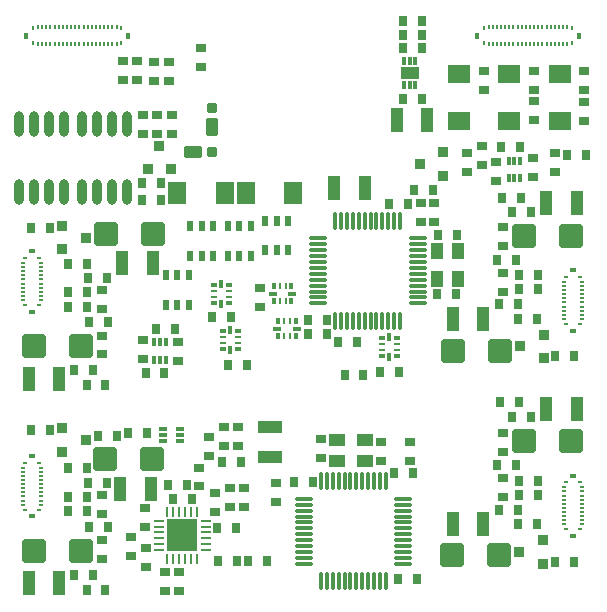
<source format=gbp>
G04*
G04 #@! TF.GenerationSoftware,Altium Limited,Altium Designer,24.9.1 (31)*
G04*
G04 Layer_Color=128*
%FSLAX44Y44*%
%MOMM*%
G71*
G04*
G04 #@! TF.SameCoordinates,22428939-7FEC-4B67-BCAF-D19850B6772B*
G04*
G04*
G04 #@! TF.FilePolarity,Positive*
G04*
G01*
G75*
G04:AMPARAMS|DCode=15|XSize=0.7mm|YSize=0.9mm|CornerRadius=0.035mm|HoleSize=0mm|Usage=FLASHONLY|Rotation=180.000|XOffset=0mm|YOffset=0mm|HoleType=Round|Shape=RoundedRectangle|*
%AMROUNDEDRECTD15*
21,1,0.7000,0.8300,0,0,180.0*
21,1,0.6300,0.9000,0,0,180.0*
1,1,0.0700,-0.3150,0.4150*
1,1,0.0700,0.3150,0.4150*
1,1,0.0700,0.3150,-0.4150*
1,1,0.0700,-0.3150,-0.4150*
%
%ADD15ROUNDEDRECTD15*%
G04:AMPARAMS|DCode=17|XSize=0.3mm|YSize=0.67mm|CornerRadius=0.0375mm|HoleSize=0mm|Usage=FLASHONLY|Rotation=270.000|XOffset=0mm|YOffset=0mm|HoleType=Round|Shape=RoundedRectangle|*
%AMROUNDEDRECTD17*
21,1,0.3000,0.5950,0,0,270.0*
21,1,0.2250,0.6700,0,0,270.0*
1,1,0.0750,-0.2975,-0.1125*
1,1,0.0750,-0.2975,0.1125*
1,1,0.0750,0.2975,0.1125*
1,1,0.0750,0.2975,-0.1125*
%
%ADD17ROUNDEDRECTD17*%
G04:AMPARAMS|DCode=22|XSize=1.3mm|YSize=1.1mm|CornerRadius=0.055mm|HoleSize=0mm|Usage=FLASHONLY|Rotation=180.000|XOffset=0mm|YOffset=0mm|HoleType=Round|Shape=RoundedRectangle|*
%AMROUNDEDRECTD22*
21,1,1.3000,0.9900,0,0,180.0*
21,1,1.1900,1.1000,0,0,180.0*
1,1,0.1100,-0.5950,0.4950*
1,1,0.1100,0.5950,0.4950*
1,1,0.1100,0.5950,-0.4950*
1,1,0.1100,-0.5950,-0.4950*
%
%ADD22ROUNDEDRECTD22*%
G04:AMPARAMS|DCode=30|XSize=0.7mm|YSize=0.9mm|CornerRadius=0.035mm|HoleSize=0mm|Usage=FLASHONLY|Rotation=90.000|XOffset=0mm|YOffset=0mm|HoleType=Round|Shape=RoundedRectangle|*
%AMROUNDEDRECTD30*
21,1,0.7000,0.8300,0,0,90.0*
21,1,0.6300,0.9000,0,0,90.0*
1,1,0.0700,0.4150,0.3150*
1,1,0.0700,0.4150,-0.3150*
1,1,0.0700,-0.4150,-0.3150*
1,1,0.0700,-0.4150,0.3150*
%
%ADD30ROUNDEDRECTD30*%
G04:AMPARAMS|DCode=35|XSize=0.8mm|YSize=0.9mm|CornerRadius=0.04mm|HoleSize=0mm|Usage=FLASHONLY|Rotation=90.000|XOffset=0mm|YOffset=0mm|HoleType=Round|Shape=RoundedRectangle|*
%AMROUNDEDRECTD35*
21,1,0.8000,0.8200,0,0,90.0*
21,1,0.7200,0.9000,0,0,90.0*
1,1,0.0800,0.4100,0.3600*
1,1,0.0800,0.4100,-0.3600*
1,1,0.0800,-0.4100,-0.3600*
1,1,0.0800,-0.4100,0.3600*
%
%ADD35ROUNDEDRECTD35*%
G04:AMPARAMS|DCode=36|XSize=1.6mm|YSize=1.9mm|CornerRadius=0.2mm|HoleSize=0mm|Usage=FLASHONLY|Rotation=90.000|XOffset=0mm|YOffset=0mm|HoleType=Round|Shape=RoundedRectangle|*
%AMROUNDEDRECTD36*
21,1,1.6000,1.5000,0,0,90.0*
21,1,1.2000,1.9000,0,0,90.0*
1,1,0.4000,0.7500,0.6000*
1,1,0.4000,0.7500,-0.6000*
1,1,0.4000,-0.7500,-0.6000*
1,1,0.4000,-0.7500,0.6000*
%
%ADD36ROUNDEDRECTD36*%
G04:AMPARAMS|DCode=37|XSize=1.1mm|YSize=2mm|CornerRadius=0.055mm|HoleSize=0mm|Usage=FLASHONLY|Rotation=0.000|XOffset=0mm|YOffset=0mm|HoleType=Round|Shape=RoundedRectangle|*
%AMROUNDEDRECTD37*
21,1,1.1000,1.8900,0,0,0.0*
21,1,0.9900,2.0000,0,0,0.0*
1,1,0.1100,0.4950,-0.9450*
1,1,0.1100,-0.4950,-0.9450*
1,1,0.1100,-0.4950,0.9450*
1,1,0.1100,0.4950,0.9450*
%
%ADD37ROUNDEDRECTD37*%
G04:AMPARAMS|DCode=38|XSize=1.1mm|YSize=2mm|CornerRadius=0.055mm|HoleSize=0mm|Usage=FLASHONLY|Rotation=270.000|XOffset=0mm|YOffset=0mm|HoleType=Round|Shape=RoundedRectangle|*
%AMROUNDEDRECTD38*
21,1,1.1000,1.8900,0,0,270.0*
21,1,0.9900,2.0000,0,0,270.0*
1,1,0.1100,-0.9450,-0.4950*
1,1,0.1100,-0.9450,0.4950*
1,1,0.1100,0.9450,0.4950*
1,1,0.1100,0.9450,-0.4950*
%
%ADD38ROUNDEDRECTD38*%
G04:AMPARAMS|DCode=80|XSize=0.53mm|YSize=0.3mm|CornerRadius=0.015mm|HoleSize=0mm|Usage=FLASHONLY|Rotation=90.000|XOffset=0mm|YOffset=0mm|HoleType=Round|Shape=RoundedRectangle|*
%AMROUNDEDRECTD80*
21,1,0.5300,0.2700,0,0,90.0*
21,1,0.5000,0.3000,0,0,90.0*
1,1,0.0300,0.1350,0.2500*
1,1,0.0300,0.1350,-0.2500*
1,1,0.0300,-0.1350,-0.2500*
1,1,0.0300,-0.1350,0.2500*
%
%ADD80ROUNDEDRECTD80*%
G04:AMPARAMS|DCode=81|XSize=0.63mm|YSize=0.35mm|CornerRadius=0.0175mm|HoleSize=0mm|Usage=FLASHONLY|Rotation=0.000|XOffset=0mm|YOffset=0mm|HoleType=Round|Shape=RoundedRectangle|*
%AMROUNDEDRECTD81*
21,1,0.6300,0.3150,0,0,0.0*
21,1,0.5950,0.3500,0,0,0.0*
1,1,0.0350,0.2975,-0.1575*
1,1,0.0350,-0.2975,-0.1575*
1,1,0.0350,-0.2975,0.1575*
1,1,0.0350,0.2975,0.1575*
%
%ADD81ROUNDEDRECTD81*%
G04:AMPARAMS|DCode=82|XSize=0.53mm|YSize=0.25mm|CornerRadius=0.0125mm|HoleSize=0mm|Usage=FLASHONLY|Rotation=90.000|XOffset=0mm|YOffset=0mm|HoleType=Round|Shape=RoundedRectangle|*
%AMROUNDEDRECTD82*
21,1,0.5300,0.2250,0,0,90.0*
21,1,0.5050,0.2500,0,0,90.0*
1,1,0.0250,0.1125,0.2525*
1,1,0.0250,0.1125,-0.2525*
1,1,0.0250,-0.1125,-0.2525*
1,1,0.0250,-0.1125,0.2525*
%
%ADD82ROUNDEDRECTD82*%
G04:AMPARAMS|DCode=83|XSize=1.6mm|YSize=1.9mm|CornerRadius=0.2mm|HoleSize=0mm|Usage=FLASHONLY|Rotation=180.000|XOffset=0mm|YOffset=0mm|HoleType=Round|Shape=RoundedRectangle|*
%AMROUNDEDRECTD83*
21,1,1.6000,1.5000,0,0,180.0*
21,1,1.2000,1.9000,0,0,180.0*
1,1,0.4000,-0.6000,0.7500*
1,1,0.4000,0.6000,0.7500*
1,1,0.4000,0.6000,-0.7500*
1,1,0.4000,-0.6000,-0.7500*
%
%ADD83ROUNDEDRECTD83*%
G04:AMPARAMS|DCode=84|XSize=0.3mm|YSize=0.67mm|CornerRadius=0.0375mm|HoleSize=0mm|Usage=FLASHONLY|Rotation=0.000|XOffset=0mm|YOffset=0mm|HoleType=Round|Shape=RoundedRectangle|*
%AMROUNDEDRECTD84*
21,1,0.3000,0.5950,0,0,0.0*
21,1,0.2250,0.6700,0,0,0.0*
1,1,0.0750,0.1125,-0.2975*
1,1,0.0750,-0.1125,-0.2975*
1,1,0.0750,-0.1125,0.2975*
1,1,0.0750,0.1125,0.2975*
%
%ADD84ROUNDEDRECTD84*%
G04:AMPARAMS|DCode=85|XSize=0.8mm|YSize=0.2mm|CornerRadius=0.025mm|HoleSize=0mm|Usage=FLASHONLY|Rotation=270.000|XOffset=0mm|YOffset=0mm|HoleType=Round|Shape=RoundedRectangle|*
%AMROUNDEDRECTD85*
21,1,0.8000,0.1500,0,0,270.0*
21,1,0.7500,0.2000,0,0,270.0*
1,1,0.0500,-0.0750,-0.3750*
1,1,0.0500,-0.0750,0.3750*
1,1,0.0500,0.0750,0.3750*
1,1,0.0500,0.0750,-0.3750*
%
%ADD85ROUNDEDRECTD85*%
G04:AMPARAMS|DCode=86|XSize=0.85mm|YSize=0.2mm|CornerRadius=0.025mm|HoleSize=0mm|Usage=FLASHONLY|Rotation=0.000|XOffset=0mm|YOffset=0mm|HoleType=Round|Shape=RoundedRectangle|*
%AMROUNDEDRECTD86*
21,1,0.8500,0.1500,0,0,0.0*
21,1,0.8000,0.2000,0,0,0.0*
1,1,0.0500,0.4000,-0.0750*
1,1,0.0500,-0.4000,-0.0750*
1,1,0.0500,-0.4000,0.0750*
1,1,0.0500,0.4000,0.0750*
%
%ADD86ROUNDEDRECTD86*%
%ADD87R,2.6000X2.7000*%
G04:AMPARAMS|DCode=88|XSize=1.3mm|YSize=1.1mm|CornerRadius=0.055mm|HoleSize=0mm|Usage=FLASHONLY|Rotation=270.000|XOffset=0mm|YOffset=0mm|HoleType=Round|Shape=RoundedRectangle|*
%AMROUNDEDRECTD88*
21,1,1.3000,0.9900,0,0,270.0*
21,1,1.1900,1.1000,0,0,270.0*
1,1,0.1100,-0.4950,-0.5950*
1,1,0.1100,-0.4950,0.5950*
1,1,0.1100,0.4950,0.5950*
1,1,0.1100,0.4950,-0.5950*
%
%ADD88ROUNDEDRECTD88*%
G04:AMPARAMS|DCode=89|XSize=0.53mm|YSize=0.3mm|CornerRadius=0.015mm|HoleSize=0mm|Usage=FLASHONLY|Rotation=0.000|XOffset=0mm|YOffset=0mm|HoleType=Round|Shape=RoundedRectangle|*
%AMROUNDEDRECTD89*
21,1,0.5300,0.2700,0,0,0.0*
21,1,0.5000,0.3000,0,0,0.0*
1,1,0.0300,0.2500,-0.1350*
1,1,0.0300,-0.2500,-0.1350*
1,1,0.0300,-0.2500,0.1350*
1,1,0.0300,0.2500,0.1350*
%
%ADD89ROUNDEDRECTD89*%
G04:AMPARAMS|DCode=90|XSize=0.53mm|YSize=0.25mm|CornerRadius=0.0125mm|HoleSize=0mm|Usage=FLASHONLY|Rotation=0.000|XOffset=0mm|YOffset=0mm|HoleType=Round|Shape=RoundedRectangle|*
%AMROUNDEDRECTD90*
21,1,0.5300,0.2250,0,0,0.0*
21,1,0.5050,0.2500,0,0,0.0*
1,1,0.0250,0.2525,-0.1125*
1,1,0.0250,-0.2525,-0.1125*
1,1,0.0250,-0.2525,0.1125*
1,1,0.0250,0.2525,0.1125*
%
%ADD90ROUNDEDRECTD90*%
G04:AMPARAMS|DCode=91|XSize=0.63mm|YSize=0.35mm|CornerRadius=0.0175mm|HoleSize=0mm|Usage=FLASHONLY|Rotation=270.000|XOffset=0mm|YOffset=0mm|HoleType=Round|Shape=RoundedRectangle|*
%AMROUNDEDRECTD91*
21,1,0.6300,0.3150,0,0,270.0*
21,1,0.5950,0.3500,0,0,270.0*
1,1,0.0350,-0.1575,-0.2975*
1,1,0.0350,-0.1575,0.2975*
1,1,0.0350,0.1575,0.2975*
1,1,0.0350,0.1575,-0.2975*
%
%ADD91ROUNDEDRECTD91*%
G04:AMPARAMS|DCode=92|XSize=0.9mm|YSize=0.5mm|CornerRadius=0.0625mm|HoleSize=0mm|Usage=FLASHONLY|Rotation=270.000|XOffset=0mm|YOffset=0mm|HoleType=Round|Shape=RoundedRectangle|*
%AMROUNDEDRECTD92*
21,1,0.9000,0.3750,0,0,270.0*
21,1,0.7750,0.5000,0,0,270.0*
1,1,0.1250,-0.1875,-0.3875*
1,1,0.1250,-0.1875,0.3875*
1,1,0.1250,0.1875,0.3875*
1,1,0.1250,0.1875,-0.3875*
%
%ADD92ROUNDEDRECTD92*%
G04:AMPARAMS|DCode=93|XSize=0.3mm|YSize=1.45mm|CornerRadius=0.0375mm|HoleSize=0mm|Usage=FLASHONLY|Rotation=90.000|XOffset=0mm|YOffset=0mm|HoleType=Round|Shape=RoundedRectangle|*
%AMROUNDEDRECTD93*
21,1,0.3000,1.3750,0,0,90.0*
21,1,0.2250,1.4500,0,0,90.0*
1,1,0.0750,0.6875,0.1125*
1,1,0.0750,0.6875,-0.1125*
1,1,0.0750,-0.6875,-0.1125*
1,1,0.0750,-0.6875,0.1125*
%
%ADD93ROUNDEDRECTD93*%
G04:AMPARAMS|DCode=94|XSize=0.3mm|YSize=1.45mm|CornerRadius=0.0375mm|HoleSize=0mm|Usage=FLASHONLY|Rotation=180.000|XOffset=0mm|YOffset=0mm|HoleType=Round|Shape=RoundedRectangle|*
%AMROUNDEDRECTD94*
21,1,0.3000,1.3750,0,0,180.0*
21,1,0.2250,1.4500,0,0,180.0*
1,1,0.0750,-0.1125,0.6875*
1,1,0.0750,0.1125,0.6875*
1,1,0.0750,0.1125,-0.6875*
1,1,0.0750,-0.1125,-0.6875*
%
%ADD94ROUNDEDRECTD94*%
%ADD95R,0.3000X0.6500*%
%ADD96R,1.5500X1.0200*%
G04:AMPARAMS|DCode=97|XSize=0.8mm|YSize=0.9mm|CornerRadius=0.04mm|HoleSize=0mm|Usage=FLASHONLY|Rotation=0.000|XOffset=0mm|YOffset=0mm|HoleType=Round|Shape=RoundedRectangle|*
%AMROUNDEDRECTD97*
21,1,0.8000,0.8200,0,0,0.0*
21,1,0.7200,0.9000,0,0,0.0*
1,1,0.0800,0.3600,-0.4100*
1,1,0.0800,-0.3600,-0.4100*
1,1,0.0800,-0.3600,0.4100*
1,1,0.0800,0.3600,0.4100*
%
%ADD97ROUNDEDRECTD97*%
%ADD98O,0.8000X2.2000*%
G04:AMPARAMS|DCode=99|XSize=0.45mm|YSize=0.29mm|CornerRadius=0.0145mm|HoleSize=0mm|Usage=FLASHONLY|Rotation=180.000|XOffset=0mm|YOffset=0mm|HoleType=Round|Shape=RoundedRectangle|*
%AMROUNDEDRECTD99*
21,1,0.4500,0.2610,0,0,180.0*
21,1,0.4210,0.2900,0,0,180.0*
1,1,0.0290,-0.2105,0.1305*
1,1,0.0290,0.2105,0.1305*
1,1,0.0290,0.2105,-0.1305*
1,1,0.0290,-0.2105,-0.1305*
%
%ADD99ROUNDEDRECTD99*%
G04:AMPARAMS|DCode=100|XSize=0.28mm|YSize=0.25mm|CornerRadius=0.0125mm|HoleSize=0mm|Usage=FLASHONLY|Rotation=180.000|XOffset=0mm|YOffset=0mm|HoleType=Round|Shape=RoundedRectangle|*
%AMROUNDEDRECTD100*
21,1,0.2800,0.2250,0,0,180.0*
21,1,0.2550,0.2500,0,0,180.0*
1,1,0.0250,-0.1275,0.1125*
1,1,0.0250,0.1275,0.1125*
1,1,0.0250,0.1275,-0.1125*
1,1,0.0250,-0.1275,-0.1125*
%
%ADD100ROUNDEDRECTD100*%
G04:AMPARAMS|DCode=101|XSize=0.42mm|YSize=0.17mm|CornerRadius=0.0085mm|HoleSize=0mm|Usage=FLASHONLY|Rotation=180.000|XOffset=0mm|YOffset=0mm|HoleType=Round|Shape=RoundedRectangle|*
%AMROUNDEDRECTD101*
21,1,0.4200,0.1530,0,0,180.0*
21,1,0.4030,0.1700,0,0,180.0*
1,1,0.0170,-0.2015,0.0765*
1,1,0.0170,0.2015,0.0765*
1,1,0.0170,0.2015,-0.0765*
1,1,0.0170,-0.2015,-0.0765*
%
%ADD101ROUNDEDRECTD101*%
G04:AMPARAMS|DCode=102|XSize=0.42mm|YSize=0.17mm|CornerRadius=0.0085mm|HoleSize=0mm|Usage=FLASHONLY|Rotation=270.000|XOffset=0mm|YOffset=0mm|HoleType=Round|Shape=RoundedRectangle|*
%AMROUNDEDRECTD102*
21,1,0.4200,0.1530,0,0,270.0*
21,1,0.4030,0.1700,0,0,270.0*
1,1,0.0170,-0.0765,-0.2015*
1,1,0.0170,-0.0765,0.2015*
1,1,0.0170,0.0765,0.2015*
1,1,0.0170,0.0765,-0.2015*
%
%ADD102ROUNDEDRECTD102*%
G04:AMPARAMS|DCode=103|XSize=0.28mm|YSize=0.25mm|CornerRadius=0.0125mm|HoleSize=0mm|Usage=FLASHONLY|Rotation=270.000|XOffset=0mm|YOffset=0mm|HoleType=Round|Shape=RoundedRectangle|*
%AMROUNDEDRECTD103*
21,1,0.2800,0.2250,0,0,270.0*
21,1,0.2550,0.2500,0,0,270.0*
1,1,0.0250,-0.1125,-0.1275*
1,1,0.0250,-0.1125,0.1275*
1,1,0.0250,0.1125,0.1275*
1,1,0.0250,0.1125,-0.1275*
%
%ADD103ROUNDEDRECTD103*%
G04:AMPARAMS|DCode=104|XSize=0.45mm|YSize=0.29mm|CornerRadius=0.0145mm|HoleSize=0mm|Usage=FLASHONLY|Rotation=270.000|XOffset=0mm|YOffset=0mm|HoleType=Round|Shape=RoundedRectangle|*
%AMROUNDEDRECTD104*
21,1,0.4500,0.2610,0,0,270.0*
21,1,0.4210,0.2900,0,0,270.0*
1,1,0.0290,-0.1305,-0.2105*
1,1,0.0290,-0.1305,0.2105*
1,1,0.0290,0.1305,0.2105*
1,1,0.0290,0.1305,-0.2105*
%
%ADD104ROUNDEDRECTD104*%
G04:AMPARAMS|DCode=105|XSize=2mm|YSize=2mm|CornerRadius=0.25mm|HoleSize=0mm|Usage=FLASHONLY|Rotation=0.000|XOffset=0mm|YOffset=0mm|HoleType=Round|Shape=RoundedRectangle|*
%AMROUNDEDRECTD105*
21,1,2.0000,1.5000,0,0,0.0*
21,1,1.5000,2.0000,0,0,0.0*
1,1,0.5000,0.7500,-0.7500*
1,1,0.5000,-0.7500,-0.7500*
1,1,0.5000,-0.7500,0.7500*
1,1,0.5000,0.7500,0.7500*
%
%ADD105ROUNDEDRECTD105*%
G04:AMPARAMS|DCode=106|XSize=1.5mm|YSize=1mm|CornerRadius=0.05mm|HoleSize=0mm|Usage=FLASHONLY|Rotation=0.000|XOffset=0mm|YOffset=0mm|HoleType=Round|Shape=RoundedRectangle|*
%AMROUNDEDRECTD106*
21,1,1.5000,0.9000,0,0,0.0*
21,1,1.4000,1.0000,0,0,0.0*
1,1,0.1000,0.7000,-0.4500*
1,1,0.1000,-0.7000,-0.4500*
1,1,0.1000,-0.7000,0.4500*
1,1,0.1000,0.7000,0.4500*
%
%ADD106ROUNDEDRECTD106*%
G04:AMPARAMS|DCode=107|XSize=0.8mm|YSize=0.8mm|CornerRadius=0.04mm|HoleSize=0mm|Usage=FLASHONLY|Rotation=0.000|XOffset=0mm|YOffset=0mm|HoleType=Round|Shape=RoundedRectangle|*
%AMROUNDEDRECTD107*
21,1,0.8000,0.7200,0,0,0.0*
21,1,0.7200,0.8000,0,0,0.0*
1,1,0.0800,0.3600,-0.3600*
1,1,0.0800,-0.3600,-0.3600*
1,1,0.0800,-0.3600,0.3600*
1,1,0.0800,0.3600,0.3600*
%
%ADD107ROUNDEDRECTD107*%
G04:AMPARAMS|DCode=108|XSize=1.5mm|YSize=1mm|CornerRadius=0.05mm|HoleSize=0mm|Usage=FLASHONLY|Rotation=90.000|XOffset=0mm|YOffset=0mm|HoleType=Round|Shape=RoundedRectangle|*
%AMROUNDEDRECTD108*
21,1,1.5000,0.9000,0,0,90.0*
21,1,1.4000,1.0000,0,0,90.0*
1,1,0.1000,0.4500,0.7000*
1,1,0.1000,0.4500,-0.7000*
1,1,0.1000,-0.4500,-0.7000*
1,1,0.1000,-0.4500,0.7000*
%
%ADD108ROUNDEDRECTD108*%
G04:AMPARAMS|DCode=109|XSize=0.8mm|YSize=0.8mm|CornerRadius=0.04mm|HoleSize=0mm|Usage=FLASHONLY|Rotation=90.000|XOffset=0mm|YOffset=0mm|HoleType=Round|Shape=RoundedRectangle|*
%AMROUNDEDRECTD109*
21,1,0.8000,0.7200,0,0,90.0*
21,1,0.7200,0.8000,0,0,90.0*
1,1,0.0800,0.3600,0.3600*
1,1,0.0800,0.3600,-0.3600*
1,1,0.0800,-0.3600,-0.3600*
1,1,0.0800,-0.3600,0.3600*
%
%ADD109ROUNDEDRECTD109*%
D15*
X1220000Y533500D02*
D03*
X1204000D02*
D03*
X1067500Y785000D02*
D03*
X1051500D02*
D03*
X1449000Y775250D02*
D03*
X1433000D02*
D03*
X1449000Y601250D02*
D03*
X1433000D02*
D03*
X1051000Y575500D02*
D03*
X1067000D02*
D03*
X1051000Y748750D02*
D03*
X1067000D02*
D03*
X1449000Y763250D02*
D03*
X1433000D02*
D03*
X1449000Y589250D02*
D03*
X1433000D02*
D03*
X1051000Y587500D02*
D03*
X1067000D02*
D03*
X1051000Y760750D02*
D03*
X1067000D02*
D03*
X1443500Y829000D02*
D03*
X1427500D02*
D03*
X1443500Y655250D02*
D03*
X1427500D02*
D03*
X1056500Y521500D02*
D03*
X1072500D02*
D03*
X1056500Y694750D02*
D03*
X1072500D02*
D03*
X1448500Y738250D02*
D03*
X1432500D02*
D03*
X1448500Y564250D02*
D03*
X1432500D02*
D03*
X1051000Y612500D02*
D03*
X1067000D02*
D03*
X1464000Y706750D02*
D03*
X1480000D02*
D03*
X1464000Y532750D02*
D03*
X1480000D02*
D03*
X1036000Y644000D02*
D03*
X1020000D02*
D03*
X1036000Y815500D02*
D03*
X1020000D02*
D03*
X1474000Y877000D02*
D03*
X1490000D02*
D03*
X1254500Y737500D02*
D03*
X1270500D02*
D03*
X1360500Y847500D02*
D03*
X1344500D02*
D03*
X1194000Y533500D02*
D03*
X1178000D02*
D03*
X1092500Y639000D02*
D03*
X1076500D02*
D03*
X1102000Y642000D02*
D03*
X1118000D02*
D03*
X1433843Y883500D02*
D03*
X1417843D02*
D03*
X1133000Y692500D02*
D03*
X1117000D02*
D03*
X1142000Y729500D02*
D03*
X1126000D02*
D03*
X1335000Y990500D02*
D03*
X1351000D02*
D03*
X1130044Y853361D02*
D03*
X1114044D02*
D03*
X1114000Y839000D02*
D03*
X1130000D02*
D03*
X1416000Y750750D02*
D03*
X1432000D02*
D03*
X1416000Y576750D02*
D03*
X1432000D02*
D03*
X1084000Y599500D02*
D03*
X1068000D02*
D03*
X1084000Y773250D02*
D03*
X1068000D02*
D03*
X1418500Y841000D02*
D03*
X1434500D02*
D03*
X1417000Y667750D02*
D03*
X1433000D02*
D03*
X1083000Y509000D02*
D03*
X1067000D02*
D03*
X1083000Y682250D02*
D03*
X1067000D02*
D03*
X1430500Y788250D02*
D03*
X1414500D02*
D03*
X1430500Y614250D02*
D03*
X1414500D02*
D03*
X1069500Y562500D02*
D03*
X1085500D02*
D03*
X1069500Y735750D02*
D03*
X1085500D02*
D03*
X1315500Y693000D02*
D03*
X1331500D02*
D03*
X1173000Y740000D02*
D03*
X1189000D02*
D03*
X1186500Y699500D02*
D03*
X1202500D02*
D03*
X1254500Y725500D02*
D03*
X1270500D02*
D03*
X1364000Y759000D02*
D03*
X1380000D02*
D03*
X1380500Y809000D02*
D03*
X1364500D02*
D03*
X1280000Y718500D02*
D03*
X1296000D02*
D03*
X1339000Y835500D02*
D03*
X1323000D02*
D03*
X1331000Y518500D02*
D03*
X1347000D02*
D03*
X1258500Y600000D02*
D03*
X1242500D02*
D03*
X1140000Y586000D02*
D03*
X1156000D02*
D03*
X1136000Y597500D02*
D03*
X1152000D02*
D03*
X1193500Y561000D02*
D03*
X1177500D02*
D03*
X1285500Y691000D02*
D03*
X1301500D02*
D03*
X1198000Y617000D02*
D03*
X1182000D02*
D03*
X1327500Y607500D02*
D03*
X1343500D02*
D03*
X1335000Y924500D02*
D03*
X1351000D02*
D03*
X1335000Y967500D02*
D03*
X1351000D02*
D03*
X1335000Y979000D02*
D03*
X1351000D02*
D03*
D17*
X1131700Y635000D02*
D03*
Y640000D02*
D03*
Y645000D02*
D03*
X1146500D02*
D03*
Y640000D02*
D03*
Y635000D02*
D03*
D22*
X1302500Y636000D02*
D03*
X1279500D02*
D03*
Y618000D02*
D03*
X1302500D02*
D03*
D30*
X1164000Y967500D02*
D03*
Y951500D02*
D03*
X1419500Y777250D02*
D03*
Y761250D02*
D03*
Y603250D02*
D03*
Y587250D02*
D03*
X1080500Y573500D02*
D03*
Y589500D02*
D03*
Y746750D02*
D03*
Y762750D02*
D03*
X1361500Y820500D02*
D03*
Y836500D02*
D03*
X1350000Y820500D02*
D03*
Y836500D02*
D03*
X1389000Y863000D02*
D03*
Y879000D02*
D03*
X1401500Y869000D02*
D03*
Y885000D02*
D03*
X1188500Y579000D02*
D03*
Y595000D02*
D03*
X1104500Y538000D02*
D03*
Y554000D02*
D03*
X1488500Y922000D02*
D03*
Y906000D02*
D03*
X1176000Y574500D02*
D03*
Y590500D02*
D03*
X1183500Y631000D02*
D03*
Y647000D02*
D03*
X1170500Y622000D02*
D03*
Y638000D02*
D03*
X1413500Y855500D02*
D03*
Y871500D02*
D03*
X1444843Y858500D02*
D03*
Y874500D02*
D03*
X1341000Y618000D02*
D03*
Y634000D02*
D03*
X1136500Y940000D02*
D03*
Y956000D02*
D03*
X1162000Y612500D02*
D03*
Y596500D02*
D03*
X1109500Y941000D02*
D03*
Y957000D02*
D03*
X1144500Y703000D02*
D03*
Y719000D02*
D03*
X1114500Y704500D02*
D03*
Y720500D02*
D03*
X1446000Y922500D02*
D03*
Y906500D02*
D03*
X1126500Y911000D02*
D03*
Y895000D02*
D03*
X1115000D02*
D03*
Y911000D02*
D03*
X1139500Y895000D02*
D03*
Y911000D02*
D03*
X1419500Y815750D02*
D03*
Y799750D02*
D03*
Y641750D02*
D03*
Y625750D02*
D03*
X1080500Y535000D02*
D03*
Y551000D02*
D03*
Y708250D02*
D03*
Y724250D02*
D03*
X1213500Y748500D02*
D03*
Y764500D02*
D03*
X1464000Y863000D02*
D03*
Y879000D02*
D03*
X1403500Y948000D02*
D03*
Y932000D02*
D03*
X1265500Y636500D02*
D03*
Y620500D02*
D03*
X1316500Y618000D02*
D03*
Y634000D02*
D03*
X1227500Y599000D02*
D03*
Y583000D02*
D03*
X1200500Y579000D02*
D03*
Y595000D02*
D03*
X1133500Y524000D02*
D03*
Y508000D02*
D03*
X1145500Y524000D02*
D03*
Y508000D02*
D03*
X1117000Y528500D02*
D03*
Y544500D02*
D03*
X1116500Y578500D02*
D03*
Y562500D02*
D03*
X1488500Y932000D02*
D03*
Y948000D02*
D03*
X1195000Y631000D02*
D03*
Y647000D02*
D03*
X1124000Y940000D02*
D03*
Y956000D02*
D03*
X1098000Y941000D02*
D03*
Y957000D02*
D03*
X1446000Y932000D02*
D03*
Y948000D02*
D03*
D35*
X1369000Y879300D02*
D03*
Y859700D02*
D03*
X1349000Y869500D02*
D03*
X1454000Y724800D02*
D03*
Y705200D02*
D03*
X1434000Y715000D02*
D03*
X1453500Y550750D02*
D03*
Y531150D02*
D03*
X1433500Y540950D02*
D03*
X1046500Y626000D02*
D03*
Y645600D02*
D03*
X1066500Y635800D02*
D03*
X1046500Y797200D02*
D03*
Y816800D02*
D03*
X1066500Y807000D02*
D03*
D36*
X1382500Y906000D02*
D03*
Y946000D02*
D03*
X1467500Y906000D02*
D03*
Y946000D02*
D03*
X1424500Y906000D02*
D03*
Y946000D02*
D03*
D37*
X1403000Y738250D02*
D03*
X1377000D02*
D03*
X1403000Y564250D02*
D03*
X1377000D02*
D03*
X1095500Y594500D02*
D03*
X1121500D02*
D03*
X1097000Y785750D02*
D03*
X1123000D02*
D03*
X1482000Y836250D02*
D03*
X1456000D02*
D03*
X1482000Y662250D02*
D03*
X1456000D02*
D03*
X1018000Y514500D02*
D03*
X1044000D02*
D03*
X1018000Y687750D02*
D03*
X1044000D02*
D03*
X1302500Y849000D02*
D03*
X1276500D02*
D03*
X1329500Y906500D02*
D03*
X1355500D02*
D03*
D38*
X1222000Y621000D02*
D03*
Y647000D02*
D03*
D80*
X1244500Y736500D02*
D03*
X1229500D02*
D03*
X1244500Y723700D02*
D03*
X1229500D02*
D03*
X1240500Y753200D02*
D03*
X1225500D02*
D03*
Y766000D02*
D03*
X1240500D02*
D03*
D81*
X1245400Y730100D02*
D03*
X1228600D02*
D03*
X1224600Y759600D02*
D03*
X1241400D02*
D03*
D82*
X1234500Y736500D02*
D03*
X1239500D02*
D03*
Y723700D02*
D03*
X1234500D02*
D03*
X1235500Y753200D02*
D03*
X1230500D02*
D03*
Y766000D02*
D03*
X1235500D02*
D03*
D83*
X1242000Y844500D02*
D03*
X1202000D02*
D03*
X1184000D02*
D03*
X1144000D02*
D03*
D84*
X1434343Y857600D02*
D03*
X1429343D02*
D03*
X1424343D02*
D03*
Y872400D02*
D03*
X1429343D02*
D03*
X1434343D02*
D03*
X1124500Y718400D02*
D03*
X1129500D02*
D03*
X1134500D02*
D03*
Y703600D02*
D03*
X1129500D02*
D03*
X1124500D02*
D03*
D85*
X1160500Y575000D02*
D03*
X1155500D02*
D03*
X1150500D02*
D03*
X1145500D02*
D03*
X1140500D02*
D03*
X1160500Y535000D02*
D03*
X1155500D02*
D03*
X1150500D02*
D03*
X1145500D02*
D03*
X1140500D02*
D03*
X1135500D02*
D03*
Y575000D02*
D03*
D86*
X1128250Y542500D02*
D03*
Y547500D02*
D03*
Y552500D02*
D03*
Y557500D02*
D03*
Y562500D02*
D03*
Y567500D02*
D03*
X1167750Y542500D02*
D03*
Y547500D02*
D03*
Y552500D02*
D03*
Y557500D02*
D03*
Y562500D02*
D03*
Y567500D02*
D03*
D87*
X1148000Y555000D02*
D03*
D88*
X1363500Y795500D02*
D03*
Y772500D02*
D03*
X1381500D02*
D03*
Y795500D02*
D03*
D89*
X1317100Y707000D02*
D03*
Y722000D02*
D03*
X1329900D02*
D03*
Y707000D02*
D03*
X1174600Y751900D02*
D03*
Y766900D02*
D03*
X1187400D02*
D03*
Y751900D02*
D03*
X1182200Y713000D02*
D03*
Y728000D02*
D03*
X1195000D02*
D03*
Y713000D02*
D03*
D90*
X1317100Y712000D02*
D03*
Y717000D02*
D03*
X1329900D02*
D03*
Y712000D02*
D03*
X1174600Y756900D02*
D03*
Y761900D02*
D03*
X1187400D02*
D03*
Y756900D02*
D03*
X1182200Y718000D02*
D03*
Y723000D02*
D03*
X1195000D02*
D03*
Y718000D02*
D03*
D91*
X1323500Y722900D02*
D03*
Y706100D02*
D03*
X1181000Y767800D02*
D03*
Y751000D02*
D03*
X1188600Y728900D02*
D03*
Y712100D02*
D03*
D92*
X1155000Y792000D02*
D03*
X1164500D02*
D03*
X1174000D02*
D03*
Y817000D02*
D03*
X1164500D02*
D03*
X1155000D02*
D03*
X1134500Y750500D02*
D03*
X1144000D02*
D03*
X1153500D02*
D03*
Y775500D02*
D03*
X1144000D02*
D03*
X1134500D02*
D03*
X1237500Y821500D02*
D03*
X1228000D02*
D03*
X1218500D02*
D03*
Y796500D02*
D03*
X1228000D02*
D03*
X1237500D02*
D03*
X1187000Y792000D02*
D03*
X1196500D02*
D03*
X1206000D02*
D03*
Y817000D02*
D03*
X1196500D02*
D03*
X1187000D02*
D03*
D93*
X1347250Y806500D02*
D03*
Y801500D02*
D03*
Y796500D02*
D03*
Y791500D02*
D03*
Y786500D02*
D03*
Y781500D02*
D03*
Y776500D02*
D03*
Y771500D02*
D03*
Y766500D02*
D03*
Y761500D02*
D03*
Y756500D02*
D03*
Y751500D02*
D03*
X1262750D02*
D03*
Y756500D02*
D03*
Y761500D02*
D03*
Y766500D02*
D03*
Y771500D02*
D03*
Y776500D02*
D03*
Y781500D02*
D03*
Y786500D02*
D03*
Y791500D02*
D03*
Y796500D02*
D03*
Y801500D02*
D03*
Y806500D02*
D03*
X1335250Y586000D02*
D03*
Y581000D02*
D03*
Y576000D02*
D03*
Y571000D02*
D03*
Y566000D02*
D03*
Y561000D02*
D03*
Y556000D02*
D03*
Y551000D02*
D03*
Y546000D02*
D03*
Y541000D02*
D03*
Y536000D02*
D03*
Y531000D02*
D03*
X1250750D02*
D03*
Y536000D02*
D03*
Y541000D02*
D03*
Y546000D02*
D03*
Y551000D02*
D03*
Y556000D02*
D03*
Y561000D02*
D03*
Y566000D02*
D03*
Y571000D02*
D03*
Y576000D02*
D03*
Y581000D02*
D03*
Y586000D02*
D03*
D94*
X1332500Y736750D02*
D03*
X1327500D02*
D03*
X1322500D02*
D03*
X1317500D02*
D03*
X1312500D02*
D03*
X1307500D02*
D03*
X1302500D02*
D03*
X1297500D02*
D03*
X1292500D02*
D03*
X1287500D02*
D03*
X1282500D02*
D03*
X1277500D02*
D03*
Y821250D02*
D03*
X1282500D02*
D03*
X1287500D02*
D03*
X1292500D02*
D03*
X1297500D02*
D03*
X1302500D02*
D03*
X1307500D02*
D03*
X1312500D02*
D03*
X1317500D02*
D03*
X1322500D02*
D03*
X1327500D02*
D03*
X1332500D02*
D03*
X1265500Y600750D02*
D03*
X1270500D02*
D03*
X1275500D02*
D03*
X1280500D02*
D03*
X1285500D02*
D03*
X1290500D02*
D03*
X1295500D02*
D03*
X1300500D02*
D03*
X1305500D02*
D03*
X1310500D02*
D03*
X1315500D02*
D03*
X1320500D02*
D03*
Y516250D02*
D03*
X1315500D02*
D03*
X1310500D02*
D03*
X1305500D02*
D03*
X1300500D02*
D03*
X1295500D02*
D03*
X1290500D02*
D03*
X1285500D02*
D03*
X1280500D02*
D03*
X1275500D02*
D03*
X1270500D02*
D03*
X1265500D02*
D03*
D95*
X1345500Y936000D02*
D03*
X1340500D02*
D03*
X1335500D02*
D03*
Y957000D02*
D03*
X1340500D02*
D03*
X1345500D02*
D03*
D96*
X1340500Y946500D02*
D03*
D97*
X1138300Y865000D02*
D03*
X1118700D02*
D03*
X1128500Y885000D02*
D03*
D98*
X1009994Y903561D02*
D03*
X1022694D02*
D03*
X1035394D02*
D03*
X1048094D02*
D03*
X1009994Y846161D02*
D03*
X1022694D02*
D03*
X1035394D02*
D03*
X1048094D02*
D03*
X1062994Y903561D02*
D03*
X1075694D02*
D03*
X1088394D02*
D03*
X1101094D02*
D03*
X1062994Y846161D02*
D03*
X1075694D02*
D03*
X1088394D02*
D03*
X1101094D02*
D03*
D99*
X1479000Y779600D02*
D03*
Y728400D02*
D03*
Y605600D02*
D03*
Y554400D02*
D03*
X1021000Y571150D02*
D03*
Y622350D02*
D03*
Y744400D02*
D03*
Y795600D02*
D03*
D100*
X1472900Y773850D02*
D03*
X1485100D02*
D03*
X1472900Y734150D02*
D03*
X1485100D02*
D03*
X1472900Y599850D02*
D03*
X1485100D02*
D03*
X1472900Y560150D02*
D03*
X1485100D02*
D03*
X1027100Y576900D02*
D03*
X1014900D02*
D03*
X1027100Y616600D02*
D03*
X1014900D02*
D03*
X1027100Y750150D02*
D03*
X1014900D02*
D03*
X1027100Y789850D02*
D03*
X1014900D02*
D03*
D101*
X1471600Y769750D02*
D03*
X1486400D02*
D03*
X1471600Y766250D02*
D03*
X1486400D02*
D03*
X1471600Y762750D02*
D03*
X1486400D02*
D03*
X1471600Y759250D02*
D03*
X1486400D02*
D03*
X1471600Y755750D02*
D03*
X1486400D02*
D03*
X1471600Y752250D02*
D03*
X1486400D02*
D03*
X1471600Y748750D02*
D03*
X1486400D02*
D03*
X1471600Y745250D02*
D03*
X1486400D02*
D03*
X1471600Y741750D02*
D03*
X1486400D02*
D03*
X1471600Y738250D02*
D03*
X1486400D02*
D03*
X1471600Y595750D02*
D03*
X1486400D02*
D03*
X1471600Y592250D02*
D03*
X1486400D02*
D03*
X1471600Y588750D02*
D03*
X1486400D02*
D03*
X1471600Y585250D02*
D03*
X1486400D02*
D03*
X1471600Y581750D02*
D03*
X1486400D02*
D03*
X1471600Y578250D02*
D03*
X1486400D02*
D03*
X1471600Y574750D02*
D03*
X1486400D02*
D03*
X1471600Y571250D02*
D03*
X1486400D02*
D03*
X1471600Y567750D02*
D03*
X1486400D02*
D03*
X1471600Y564250D02*
D03*
X1486400D02*
D03*
X1028400Y581000D02*
D03*
X1013600D02*
D03*
X1028400Y584500D02*
D03*
X1013600D02*
D03*
X1028400Y588000D02*
D03*
X1013600D02*
D03*
X1028400Y591500D02*
D03*
X1013600D02*
D03*
X1028400Y595000D02*
D03*
X1013600D02*
D03*
X1028400Y598500D02*
D03*
X1013600D02*
D03*
X1028400Y602000D02*
D03*
X1013600D02*
D03*
X1028400Y605500D02*
D03*
X1013600D02*
D03*
X1028400Y609000D02*
D03*
X1013600D02*
D03*
X1028400Y612500D02*
D03*
X1013600D02*
D03*
X1028400Y754250D02*
D03*
X1013600D02*
D03*
X1028400Y757750D02*
D03*
X1013600D02*
D03*
X1028400Y761250D02*
D03*
X1013600D02*
D03*
X1028400Y764750D02*
D03*
X1013600D02*
D03*
X1028400Y768250D02*
D03*
X1013600D02*
D03*
X1028400Y771750D02*
D03*
X1013600D02*
D03*
X1028400Y775250D02*
D03*
X1013600D02*
D03*
X1028400Y778750D02*
D03*
X1013600D02*
D03*
X1028400Y782250D02*
D03*
X1013600D02*
D03*
X1028400Y785750D02*
D03*
X1013600D02*
D03*
D102*
X1474000Y985530D02*
D03*
Y970730D02*
D03*
X1470500Y985530D02*
D03*
Y970730D02*
D03*
X1467000Y985530D02*
D03*
Y970730D02*
D03*
X1463500Y985530D02*
D03*
Y970730D02*
D03*
X1460000Y985530D02*
D03*
Y970730D02*
D03*
X1456500Y985530D02*
D03*
Y970730D02*
D03*
X1453000Y985530D02*
D03*
Y970730D02*
D03*
X1449500Y985530D02*
D03*
Y970730D02*
D03*
X1446000Y985530D02*
D03*
Y970730D02*
D03*
X1442500Y985530D02*
D03*
Y970730D02*
D03*
X1439000Y985530D02*
D03*
Y970730D02*
D03*
X1435500Y985530D02*
D03*
Y970730D02*
D03*
X1432000Y985530D02*
D03*
Y970730D02*
D03*
X1428500Y985530D02*
D03*
Y970730D02*
D03*
X1425000Y985530D02*
D03*
Y970730D02*
D03*
X1421500Y985530D02*
D03*
Y970730D02*
D03*
X1418000Y985530D02*
D03*
Y970730D02*
D03*
X1414500Y985530D02*
D03*
Y970730D02*
D03*
X1411000Y985530D02*
D03*
Y970730D02*
D03*
X1407500Y985530D02*
D03*
Y970730D02*
D03*
X1092500Y985530D02*
D03*
Y970730D02*
D03*
X1089000Y985530D02*
D03*
Y970730D02*
D03*
X1085500Y985530D02*
D03*
Y970730D02*
D03*
X1082000Y985530D02*
D03*
Y970730D02*
D03*
X1078500Y985530D02*
D03*
Y970730D02*
D03*
X1075000Y985530D02*
D03*
Y970730D02*
D03*
X1071500Y985530D02*
D03*
Y970730D02*
D03*
X1068000Y985530D02*
D03*
Y970730D02*
D03*
X1064500Y985530D02*
D03*
Y970730D02*
D03*
X1061000Y985530D02*
D03*
Y970730D02*
D03*
X1057500Y985530D02*
D03*
Y970730D02*
D03*
X1054000Y985530D02*
D03*
Y970730D02*
D03*
X1050500Y985530D02*
D03*
Y970730D02*
D03*
X1047000Y985530D02*
D03*
Y970730D02*
D03*
X1043500Y985530D02*
D03*
Y970730D02*
D03*
X1040000Y985530D02*
D03*
Y970730D02*
D03*
X1036500Y985530D02*
D03*
Y970730D02*
D03*
X1033000Y985530D02*
D03*
Y970730D02*
D03*
X1029500Y985530D02*
D03*
Y970730D02*
D03*
X1026000Y985530D02*
D03*
Y970730D02*
D03*
D103*
X1478100Y984230D02*
D03*
Y972030D02*
D03*
X1403400Y984230D02*
D03*
Y972030D02*
D03*
X1096600Y984230D02*
D03*
Y972030D02*
D03*
X1021900Y984230D02*
D03*
Y972030D02*
D03*
D104*
X1483850Y978130D02*
D03*
X1397650D02*
D03*
X1102350D02*
D03*
X1016150D02*
D03*
D105*
X1417000Y711500D02*
D03*
X1377000D02*
D03*
X1416500Y538750D02*
D03*
X1376500D02*
D03*
X1082500Y619500D02*
D03*
X1122500D02*
D03*
X1083500Y810000D02*
D03*
X1123500D02*
D03*
X1437500Y808750D02*
D03*
X1477500D02*
D03*
X1437500Y634750D02*
D03*
X1477500D02*
D03*
X1062500Y542000D02*
D03*
X1022500D02*
D03*
X1062500Y715250D02*
D03*
X1022500D02*
D03*
D106*
X1157000Y879500D02*
D03*
D107*
X1173000D02*
D03*
D108*
Y901000D02*
D03*
D109*
Y917000D02*
D03*
M02*

</source>
